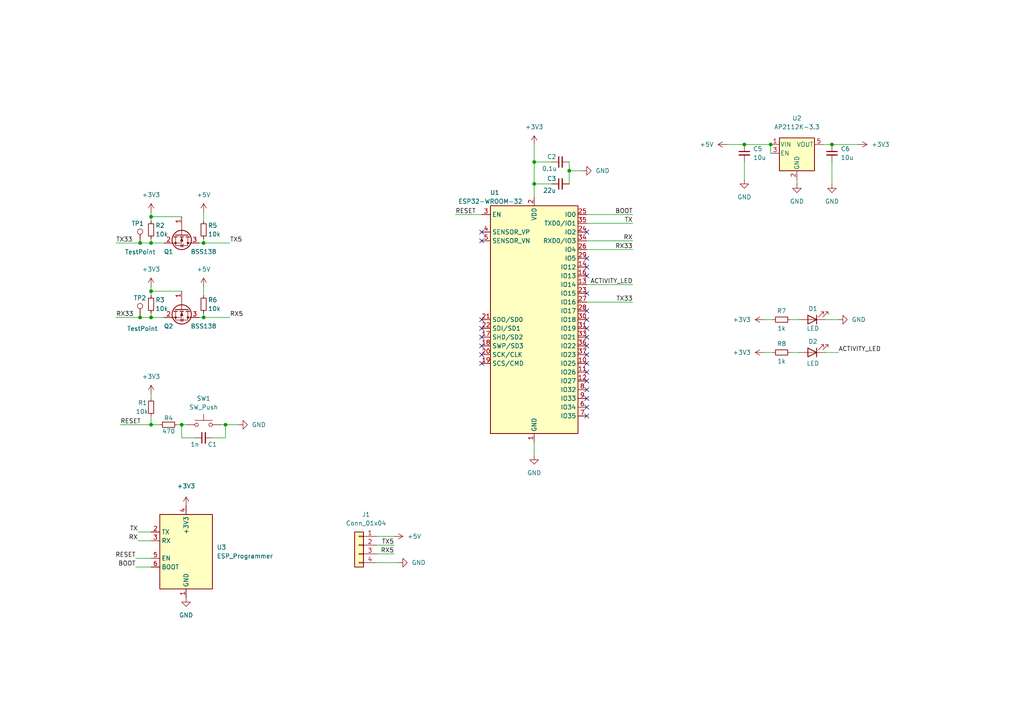
<source format=kicad_sch>
(kicad_sch (version 20210621) (generator eeschema)
  (paper "A4")
  (lib_symbols
    (symbol "Connector:TestPoint" (pin_numbers hide) (pin_names (offset 0.762) hide)
      (property "Reference" "TP" (at 0 6.858 0))
      (property "Value" "TestPoint" (at 0 5.08 0))
      (symbol "TestPoint_0_1"
        (circle (center 0 3.302) (radius 0.762))
      )
      (symbol "TestPoint_1_1"
        (pin passive line (at 0 0 90) (length 2.54) (name "1") (number "1"))
      )
    )
    (symbol "Connector_Generic:Conn_01x04" (pin_names (offset 1.016) hide)
      (property "Reference" "J" (at 0 5.08 0))
      (property "Value" "Conn_01x04" (at 0 -7.62 0))
      (symbol "Conn_01x04_1_1"
        (rectangle (start -1.27 -4.953) (end 0 -5.207) (stroke (width 0.1524)))
        (rectangle (start -1.27 -2.413) (end 0 -2.667) (stroke (width 0.1524)))
        (rectangle (start -1.27 0.127) (end 0 -0.127) (stroke (width 0.1524)))
        (rectangle (start -1.27 2.667) (end 0 2.413) (stroke (width 0.1524)))
        (rectangle (start -1.27 3.81) (end 1.27 -6.35) (stroke (width 0.254)) (fill (type background)))
        (pin passive line (at -5.08 2.54 0) (length 3.81) (name "Pin_1") (number "1"))
        (pin passive line (at -5.08 0 0) (length 3.81) (name "Pin_2") (number "2"))
        (pin passive line (at -5.08 -2.54 0) (length 3.81) (name "Pin_3") (number "3"))
        (pin passive line (at -5.08 -5.08 0) (length 3.81) (name "Pin_4") (number "4"))
      )
    )
    (symbol "Device:C_Small" (pin_numbers hide) (pin_names (offset 0.254) hide)
      (property "Reference" "C" (at 0.254 1.778 0))
      (property "Value" "C_Small" (at 0.254 -2.032 0))
      (symbol "C_Small_0_1"
        (polyline (pts (xy -1.524 -0.508) (xy 1.524 -0.508)) (stroke (width 0.3302)))
        (polyline (pts (xy -1.524 0.508) (xy 1.524 0.508)) (stroke (width 0.3048)))
      )
      (symbol "C_Small_1_1"
        (pin passive line (at 0 2.54 270) (length 2.032) (name "~") (number "1"))
        (pin passive line (at 0 -2.54 90) (length 2.032) (name "~") (number "2"))
      )
    )
    (symbol "Device:LED" (pin_numbers hide) (pin_names (offset 1.016) hide)
      (property "Reference" "D" (at 0 2.54 0))
      (property "Value" "LED" (at 0 -2.54 0))
      (symbol "LED_0_1"
        (polyline (pts (xy -1.27 -1.27) (xy -1.27 1.27)) (stroke (width 0.254)))
        (polyline (pts (xy -1.27 0) (xy 1.27 0)))
        (polyline (pts (xy 1.27 -1.27) (xy 1.27 1.27) (xy -1.27 0) (xy 1.27 -1.27)) (stroke (width 0.254)))
        (polyline (pts (xy -3.048 -0.762) (xy -4.572 -2.286) (xy -3.81 -2.286) (xy -4.572 -2.286) (xy -4.572 -1.524)))
        (polyline (pts (xy -1.778 -0.762) (xy -3.302 -2.286) (xy -2.54 -2.286) (xy -3.302 -2.286) (xy -3.302 -1.524)))
      )
      (symbol "LED_1_1"
        (pin passive line (at -3.81 0 0) (length 2.54) (name "K") (number "1"))
        (pin passive line (at 3.81 0 180) (length 2.54) (name "A") (number "2"))
      )
    )
    (symbol "Device:R_Small" (pin_numbers hide) (pin_names (offset 0.254) hide)
      (property "Reference" "R" (at 0.762 0.508 0))
      (property "Value" "R_Small" (at 0.762 -1.016 0))
      (symbol "R_Small_0_1"
        (rectangle (start -0.762 1.778) (end 0.762 -1.778) (stroke (width 0.2032)))
      )
      (symbol "R_Small_1_1"
        (pin passive line (at 0 2.54 270) (length 0.762) (name "~") (number "1"))
        (pin passive line (at 0 -2.54 90) (length 0.762) (name "~") (number "2"))
      )
    )
    (symbol "Jarl:ESP_Programmer"
      (property "Reference" "U" (at -5.08 10.16 0))
      (property "Value" "ESP_Programmer" (at 12.7 10.16 0))
      (symbol "ESP_Programmer_0_1"
        (rectangle (start -6.35 8.89) (end 8.89 -12.7) (stroke (width 0.254)) (fill (type background)))
      )
      (symbol "ESP_Programmer_1_1"
        (pin power_in line (at 1.27 -15.24 90) (length 2.54) (name "GND") (number "1"))
        (pin output line (at -8.89 3.81 0) (length 2.54) (name "TX") (number "2"))
        (pin input line (at -8.89 1.27 0) (length 2.54) (name "RX") (number "3"))
        (pin power_out line (at 1.27 11.43 270) (length 2.54) (name "+3V3") (number "4"))
        (pin bidirectional line (at -8.89 -3.81 0) (length 2.54) (name "EN") (number "5"))
        (pin bidirectional line (at -8.89 -6.35 0) (length 2.54) (name "BOOT") (number "6"))
      )
    )
    (symbol "RF_Module:ESP32-WROOM-32"
      (property "Reference" "U" (at -12.7 34.29 0))
      (property "Value" "ESP32-WROOM-32" (at 1.27 34.29 0))
      (symbol "ESP32-WROOM-32_0_1"
        (rectangle (start -12.7 33.02) (end 12.7 -33.02) (stroke (width 0.254)) (fill (type background)))
      )
      (symbol "ESP32-WROOM-32_1_1"
        (pin power_in line (at 0 -35.56 90) (length 2.54) (name "GND") (number "1"))
        (pin bidirectional line (at 15.24 -12.7 180) (length 2.54) (name "IO25") (number "10"))
        (pin bidirectional line (at 15.24 -15.24 180) (length 2.54) (name "IO26") (number "11"))
        (pin bidirectional line (at 15.24 -17.78 180) (length 2.54) (name "IO27") (number "12"))
        (pin bidirectional line (at 15.24 10.16 180) (length 2.54) (name "IO14") (number "13"))
        (pin bidirectional line (at 15.24 15.24 180) (length 2.54) (name "IO12") (number "14"))
        (pin passive line (at 0 -35.56 90) (length 2.54) hide (name "GND") (number "15"))
        (pin bidirectional line (at 15.24 12.7 180) (length 2.54) (name "IO13") (number "16"))
        (pin bidirectional line (at -15.24 -5.08 0) (length 2.54) (name "SHD/SD2") (number "17"))
        (pin bidirectional line (at -15.24 -7.62 0) (length 2.54) (name "SWP/SD3") (number "18"))
        (pin bidirectional line (at -15.24 -12.7 0) (length 2.54) (name "SCS/CMD") (number "19"))
        (pin power_in line (at 0 35.56 270) (length 2.54) (name "VDD") (number "2"))
        (pin bidirectional line (at -15.24 -10.16 0) (length 2.54) (name "SCK/CLK") (number "20"))
        (pin bidirectional line (at -15.24 0 0) (length 2.54) (name "SDO/SD0") (number "21"))
        (pin bidirectional line (at -15.24 -2.54 0) (length 2.54) (name "SDI/SD1") (number "22"))
        (pin bidirectional line (at 15.24 7.62 180) (length 2.54) (name "IO15") (number "23"))
        (pin bidirectional line (at 15.24 25.4 180) (length 2.54) (name "IO2") (number "24"))
        (pin bidirectional line (at 15.24 30.48 180) (length 2.54) (name "IO0") (number "25"))
        (pin bidirectional line (at 15.24 20.32 180) (length 2.54) (name "IO4") (number "26"))
        (pin bidirectional line (at 15.24 5.08 180) (length 2.54) (name "IO16") (number "27"))
        (pin bidirectional line (at 15.24 2.54 180) (length 2.54) (name "IO17") (number "28"))
        (pin bidirectional line (at 15.24 17.78 180) (length 2.54) (name "IO5") (number "29"))
        (pin input line (at -15.24 30.48 0) (length 2.54) (name "EN") (number "3"))
        (pin bidirectional line (at 15.24 0 180) (length 2.54) (name "IO18") (number "30"))
        (pin bidirectional line (at 15.24 -2.54 180) (length 2.54) (name "IO19") (number "31"))
        (pin no_connect line (at -12.7 -27.94 0) (length 2.54) hide (name "NC") (number "32"))
        (pin bidirectional line (at 15.24 -5.08 180) (length 2.54) (name "IO21") (number "33"))
        (pin bidirectional line (at 15.24 22.86 180) (length 2.54) (name "RXD0/IO3") (number "34"))
        (pin bidirectional line (at 15.24 27.94 180) (length 2.54) (name "TXD0/IO1") (number "35"))
        (pin bidirectional line (at 15.24 -7.62 180) (length 2.54) (name "IO22") (number "36"))
        (pin bidirectional line (at 15.24 -10.16 180) (length 2.54) (name "IO23") (number "37"))
        (pin passive line (at 0 -35.56 90) (length 2.54) hide (name "GND") (number "38"))
        (pin passive line (at 0 -35.56 90) (length 2.54) hide (name "GND") (number "39"))
        (pin input line (at -15.24 25.4 0) (length 2.54) (name "SENSOR_VP") (number "4"))
        (pin input line (at -15.24 22.86 0) (length 2.54) (name "SENSOR_VN") (number "5"))
        (pin input line (at 15.24 -25.4 180) (length 2.54) (name "IO34") (number "6"))
        (pin input line (at 15.24 -27.94 180) (length 2.54) (name "IO35") (number "7"))
        (pin bidirectional line (at 15.24 -20.32 180) (length 2.54) (name "IO32") (number "8"))
        (pin bidirectional line (at 15.24 -22.86 180) (length 2.54) (name "IO33") (number "9"))
      )
    )
    (symbol "Regulator_Linear:AP2112K-3.3" (pin_names (offset 0.254))
      (property "Reference" "U" (at -5.08 5.715 0))
      (property "Value" "AP2112K-3.3" (at 0 5.715 0))
      (symbol "AP2112K-3.3_0_1"
        (rectangle (start -5.08 4.445) (end 5.08 -5.08) (stroke (width 0.254)) (fill (type background)))
      )
      (symbol "AP2112K-3.3_1_1"
        (pin power_in line (at -7.62 2.54 0) (length 2.54) (name "VIN") (number "1"))
        (pin power_in line (at 0 -7.62 90) (length 2.54) (name "GND") (number "2"))
        (pin input line (at -7.62 0 0) (length 2.54) (name "EN") (number "3"))
        (pin no_connect line (at 5.08 0 180) (length 2.54) hide (name "NC") (number "4"))
        (pin power_out line (at 7.62 2.54 180) (length 2.54) (name "VOUT") (number "5"))
      )
    )
    (symbol "Switch:SW_Push" (pin_numbers hide) (pin_names (offset 1.016) hide)
      (property "Reference" "SW" (at 1.27 2.54 0))
      (property "Value" "SW_Push" (at 0 -1.524 0))
      (symbol "SW_Push_0_1"
        (circle (center -2.032 0) (radius 0.508))
        (circle (center 2.032 0) (radius 0.508))
        (polyline (pts (xy 0 1.27) (xy 0 3.048)))
        (polyline (pts (xy 2.54 1.27) (xy -2.54 1.27)))
        (pin passive line (at -5.08 0 0) (length 2.54) (name "1") (number "1"))
        (pin passive line (at 5.08 0 180) (length 2.54) (name "2") (number "2"))
      )
    )
    (symbol "Transistor_FET:BSS138" (pin_names hide)
      (property "Reference" "Q" (at 5.08 1.905 0))
      (property "Value" "BSS138" (at 5.08 0 0))
      (symbol "BSS138_0_1"
        (circle (center 1.651 0) (radius 2.794) (stroke (width 0.254)))
        (circle (center 2.54 -1.778) (radius 0.254) (fill (type outline)))
        (circle (center 2.54 1.778) (radius 0.254) (fill (type outline)))
        (polyline (pts (xy 0.254 0) (xy -2.54 0)))
        (polyline (pts (xy 0.254 1.905) (xy 0.254 -1.905)) (stroke (width 0.254)))
        (polyline (pts (xy 0.762 -1.27) (xy 0.762 -2.286)) (stroke (width 0.254)))
        (polyline (pts (xy 0.762 0.508) (xy 0.762 -0.508)) (stroke (width 0.254)))
        (polyline (pts (xy 0.762 2.286) (xy 0.762 1.27)) (stroke (width 0.254)))
        (polyline (pts (xy 2.54 2.54) (xy 2.54 1.778)))
        (polyline (pts (xy 2.54 -2.54) (xy 2.54 0) (xy 0.762 0)))
        (polyline (pts (xy 0.762 -1.778) (xy 3.302 -1.778) (xy 3.302 1.778) (xy 0.762 1.778)))
        (polyline (pts (xy 2.794 0.508) (xy 2.921 0.381) (xy 3.683 0.381) (xy 3.81 0.254)))
        (polyline (pts (xy 3.302 0.381) (xy 2.921 -0.254) (xy 3.683 -0.254) (xy 3.302 0.381)))
        (polyline (pts (xy 1.016 0) (xy 2.032 0.381) (xy 2.032 -0.381) (xy 1.016 0)) (fill (type outline)))
      )
      (symbol "BSS138_1_1"
        (pin input line (at -5.08 0 0) (length 2.54) (name "G") (number "1"))
        (pin passive line (at 2.54 -5.08 90) (length 2.54) (name "S") (number "2"))
        (pin passive line (at 2.54 5.08 270) (length 2.54) (name "D") (number "3"))
      )
    )
    (symbol "power:+3V3" (power) (pin_names (offset 0))
      (property "Value" "+3V3" (at 0 3.556 0))
      (symbol "+3V3_0_1"
        (polyline (pts (xy -0.762 1.27) (xy 0 2.54)))
        (polyline (pts (xy 0 0) (xy 0 2.54)))
        (polyline (pts (xy 0 2.54) (xy 0.762 1.27)))
      )
      (symbol "+3V3_1_1"
        (pin power_in line (at 0 0 90) (length 0) hide (name "+3V3") (number "1"))
      )
    )
    (symbol "power:+5V" (power) (pin_names (offset 0))
      (property "Value" "+5V" (at 0 3.556 0))
      (symbol "+5V_0_1"
        (polyline (pts (xy -0.762 1.27) (xy 0 2.54)))
        (polyline (pts (xy 0 0) (xy 0 2.54)))
        (polyline (pts (xy 0 2.54) (xy 0.762 1.27)))
      )
      (symbol "+5V_1_1"
        (pin power_in line (at 0 0 90) (length 0) hide (name "+5V") (number "1"))
      )
    )
    (symbol "power:GND" (power) (pin_names (offset 0))
      (property "Value" "GND" (at 0 -3.81 0))
      (symbol "GND_0_1"
        (polyline (pts (xy 0 0) (xy 0 -1.27) (xy 1.27 -1.27) (xy 0 -2.54) (xy -1.27 -1.27) (xy 0 -1.27)))
      )
      (symbol "GND_1_1"
        (pin power_in line (at 0 0 270) (length 0) hide (name "GND") (number "1"))
      )
    )
  )
  (junction (at 40.64 70.485) (diameter 0.9144))
  (junction (at 40.64 92.075) (diameter 0.9144))
  (junction (at 43.815 62.865) (diameter 0.9144))
  (junction (at 43.815 70.485) (diameter 0.9144))
  (junction (at 43.815 84.455) (diameter 0.9144))
  (junction (at 43.815 92.075) (diameter 0.9144))
  (junction (at 43.815 123.19) (diameter 0.9144))
  (junction (at 52.705 123.19) (diameter 0.9144))
  (junction (at 59.055 70.485) (diameter 0.9144))
  (junction (at 59.055 92.075) (diameter 0.9144))
  (junction (at 65.405 123.19) (diameter 0.9144))
  (junction (at 154.94 46.99) (diameter 0.9144))
  (junction (at 154.94 53.34) (diameter 0.9144))
  (junction (at 165.1 49.53) (diameter 0.9144))
  (junction (at 215.9 41.91) (diameter 0.9144))
  (junction (at 223.52 41.91) (diameter 0.9144))
  (junction (at 241.3 41.91) (diameter 0.9144))
  (no_connect (at 139.7 67.31))
  (no_connect (at 139.7 69.85))
  (no_connect (at 139.7 92.71))
  (no_connect (at 139.7 95.25))
  (no_connect (at 139.7 97.79))
  (no_connect (at 139.7 100.33))
  (no_connect (at 139.7 102.87))
  (no_connect (at 139.7 105.41))
  (no_connect (at 170.18 67.31))
  (no_connect (at 170.18 74.93))
  (no_connect (at 170.18 77.47))
  (no_connect (at 170.18 80.01))
  (no_connect (at 170.18 85.09))
  (no_connect (at 170.18 90.17))
  (no_connect (at 170.18 92.71))
  (no_connect (at 170.18 95.25))
  (no_connect (at 170.18 97.79))
  (no_connect (at 170.18 100.33))
  (no_connect (at 170.18 102.87))
  (no_connect (at 170.18 105.41))
  (no_connect (at 170.18 107.95))
  (no_connect (at 170.18 110.49))
  (no_connect (at 170.18 113.03))
  (no_connect (at 170.18 115.57))
  (no_connect (at 170.18 118.11))
  (no_connect (at 170.18 120.65))
  (wire (pts (xy 33.655 70.485) (xy 40.64 70.485)))
  (wire (pts (xy 33.655 92.075) (xy 40.64 92.075)))
  (wire (pts (xy 34.925 123.19) (xy 43.815 123.19)))
  (wire (pts (xy 39.37 161.925) (xy 43.815 161.925)))
  (wire (pts (xy 39.37 164.465) (xy 43.815 164.465)))
  (wire (pts (xy 40.005 154.305) (xy 43.815 154.305)))
  (wire (pts (xy 40.005 156.845) (xy 43.815 156.845)))
  (wire (pts (xy 40.64 70.485) (xy 43.815 70.485)))
  (wire (pts (xy 40.64 92.075) (xy 43.815 92.075)))
  (wire (pts (xy 43.815 61.595) (xy 43.815 62.865)))
  (wire (pts (xy 43.815 64.135) (xy 43.815 62.865)))
  (wire (pts (xy 43.815 69.215) (xy 43.815 70.485)))
  (wire (pts (xy 43.815 70.485) (xy 47.625 70.485)))
  (wire (pts (xy 43.815 83.185) (xy 43.815 84.455)))
  (wire (pts (xy 43.815 85.725) (xy 43.815 84.455)))
  (wire (pts (xy 43.815 90.805) (xy 43.815 92.075)))
  (wire (pts (xy 43.815 92.075) (xy 47.625 92.075)))
  (wire (pts (xy 43.815 114.3) (xy 43.815 115.57)))
  (wire (pts (xy 43.815 120.65) (xy 43.815 123.19)))
  (wire (pts (xy 43.815 123.19) (xy 46.355 123.19)))
  (wire (pts (xy 51.435 123.19) (xy 52.705 123.19)))
  (wire (pts (xy 52.705 62.865) (xy 43.815 62.865)))
  (wire (pts (xy 52.705 84.455) (xy 43.815 84.455)))
  (wire (pts (xy 52.705 123.19) (xy 52.705 127)))
  (wire (pts (xy 52.705 123.19) (xy 53.975 123.19)))
  (wire (pts (xy 52.705 127) (xy 56.515 127)))
  (wire (pts (xy 57.785 70.485) (xy 59.055 70.485)))
  (wire (pts (xy 57.785 92.075) (xy 59.055 92.075)))
  (wire (pts (xy 59.055 61.595) (xy 59.055 64.135)))
  (wire (pts (xy 59.055 69.215) (xy 59.055 70.485)))
  (wire (pts (xy 59.055 70.485) (xy 66.675 70.485)))
  (wire (pts (xy 59.055 83.185) (xy 59.055 85.725)))
  (wire (pts (xy 59.055 90.805) (xy 59.055 92.075)))
  (wire (pts (xy 59.055 92.075) (xy 66.675 92.075)))
  (wire (pts (xy 61.595 127) (xy 65.405 127)))
  (wire (pts (xy 64.135 123.19) (xy 65.405 123.19)))
  (wire (pts (xy 65.405 123.19) (xy 69.215 123.19)))
  (wire (pts (xy 65.405 127) (xy 65.405 123.19)))
  (wire (pts (xy 109.22 155.575) (xy 114.3 155.575)))
  (wire (pts (xy 109.22 158.115) (xy 114.3 158.115)))
  (wire (pts (xy 109.22 160.655) (xy 114.3 160.655)))
  (wire (pts (xy 109.22 163.195) (xy 115.57 163.195)))
  (wire (pts (xy 132.08 62.23) (xy 139.7 62.23)))
  (wire (pts (xy 154.94 41.91) (xy 154.94 46.99)))
  (wire (pts (xy 154.94 46.99) (xy 154.94 53.34)))
  (wire (pts (xy 154.94 46.99) (xy 160.02 46.99)))
  (wire (pts (xy 154.94 53.34) (xy 154.94 57.15)))
  (wire (pts (xy 154.94 53.34) (xy 160.02 53.34)))
  (wire (pts (xy 154.94 128.27) (xy 154.94 132.08)))
  (wire (pts (xy 165.1 46.99) (xy 165.1 49.53)))
  (wire (pts (xy 165.1 49.53) (xy 165.1 53.34)))
  (wire (pts (xy 165.1 49.53) (xy 168.91 49.53)))
  (wire (pts (xy 170.18 62.23) (xy 183.515 62.23)))
  (wire (pts (xy 170.18 64.77) (xy 183.515 64.77)))
  (wire (pts (xy 170.18 69.85) (xy 183.515 69.85)))
  (wire (pts (xy 170.18 72.39) (xy 183.515 72.39)))
  (wire (pts (xy 170.18 82.55) (xy 183.515 82.55)))
  (wire (pts (xy 170.18 87.63) (xy 183.515 87.63)))
  (wire (pts (xy 210.82 41.91) (xy 215.9 41.91)))
  (wire (pts (xy 215.9 41.91) (xy 223.52 41.91)))
  (wire (pts (xy 215.9 46.99) (xy 215.9 52.07)))
  (wire (pts (xy 221.615 92.71) (xy 224.155 92.71)))
  (wire (pts (xy 221.615 102.235) (xy 224.155 102.235)))
  (wire (pts (xy 223.52 41.91) (xy 223.52 44.45)))
  (wire (pts (xy 229.235 92.71) (xy 231.775 92.71)))
  (wire (pts (xy 229.235 102.235) (xy 231.775 102.235)))
  (wire (pts (xy 231.14 52.07) (xy 231.14 53.34)))
  (wire (pts (xy 238.76 41.91) (xy 241.3 41.91)))
  (wire (pts (xy 239.395 92.71) (xy 243.205 92.71)))
  (wire (pts (xy 239.395 102.235) (xy 243.205 102.235)))
  (wire (pts (xy 241.3 41.91) (xy 248.92 41.91)))
  (wire (pts (xy 241.3 46.99) (xy 241.3 53.34)))
  (label "TX33" (at 33.655 70.485 0))
  (label "RX33" (at 33.655 92.075 0))
  (label "RESET" (at 34.925 123.19 0))
  (label "RESET" (at 39.37 161.925 180))
  (label "BOOT" (at 39.37 164.465 180))
  (label "TX" (at 40.005 154.305 180))
  (label "RX" (at 40.005 156.845 180))
  (label "TX5" (at 66.675 70.485 0))
  (label "RX5" (at 66.675 92.075 0))
  (label "TX5" (at 114.3 158.115 180))
  (label "RX5" (at 114.3 160.655 180))
  (label "RESET" (at 132.08 62.23 0))
  (label "BOOT" (at 183.515 62.23 180))
  (label "TX" (at 183.515 64.77 180))
  (label "RX" (at 183.515 69.85 180))
  (label "RX33" (at 183.515 72.39 180))
  (label "ACTIVITY_LED" (at 183.515 82.55 180))
  (label "TX33" (at 183.515 87.63 180))
  (label "ACTIVITY_LED" (at 243.205 102.235 0))
  (symbol (lib_id "power:+3V3") (at 43.815 61.595 0) (unit 1)
    (property "Reference" "#PWR0111" (effects hide))
    (property "Value" "+3V3" (at 43.815 56.515 0))
  )
  (symbol (lib_id "power:+3V3") (at 43.815 83.185 0) (unit 1)
    (property "Reference" "#PWR0109" (effects hide))
    (property "Value" "+3V3" (at 43.815 78.105 0))
  )
  (symbol (lib_id "power:+3V3") (at 43.815 114.3 0) (unit 1)
    (property "Reference" "#PWR0108" (effects hide))
    (property "Value" "+3V3" (at 43.815 109.22 0))
  )
  (symbol (lib_id "power:+3V3") (at 53.975 146.685 0) (unit 1)
    (property "Reference" "#PWR0123" (effects hide))
    (property "Value" "+3V3" (at 53.975 140.97 0))
  )
  (symbol (lib_id "power:+5V") (at 59.055 61.595 0) (unit 1)
    (property "Reference" "#PWR0112" (effects hide))
    (property "Value" "+5V" (at 59.055 56.515 0))
  )
  (symbol (lib_id "power:+5V") (at 59.055 83.185 0) (unit 1)
    (property "Reference" "#PWR0110" (effects hide))
    (property "Value" "+5V" (at 59.055 78.105 0))
  )
  (symbol (lib_id "power:+5V") (at 114.3 155.575 270) (unit 1)
    (property "Reference" "#PWR0102" (effects hide))
    (property "Value" "+5V" (at 118.11 155.5749 90) (effects (justify left)))
  )
  (symbol (lib_id "power:+3V3") (at 154.94 41.91 0) (unit 1)
    (property "Reference" "#PWR0105" (effects hide))
    (property "Value" "+3V3" (at 154.94 36.83 0))
  )
  (symbol (lib_id "power:+5V") (at 210.82 41.91 90) (unit 1)
    (property "Reference" "#PWR0104" (effects hide))
    (property "Value" "+5V" (at 207.01 41.9099 90) (effects (justify left)))
  )
  (symbol (lib_id "power:+3V3") (at 221.615 92.71 90) (unit 1)
    (property "Reference" "#PWR0121" (effects hide))
    (property "Value" "+3V3" (at 217.805 92.7099 90) (effects (justify left)))
  )
  (symbol (lib_id "power:+3V3") (at 221.615 102.235 90) (unit 1)
    (property "Reference" "#PWR0120" (effects hide))
    (property "Value" "+3V3" (at 217.805 102.2349 90) (effects (justify left)))
  )
  (symbol (lib_id "power:+3V3") (at 248.92 41.91 270) (unit 1)
    (property "Reference" "#PWR0122" (effects hide))
    (property "Value" "+3V3" (at 252.73 41.9099 90) (effects (justify left)))
  )
  (symbol (lib_id "Connector:TestPoint") (at 40.64 70.485 0) (unit 1)
    (property "Reference" "TP1" (at 38.1 64.8334 0) (effects (justify left)))
    (property "Value" "TestPoint" (at 36.195 73.0884 0) (effects (justify left)))
    (property "Footprint" "TestPoint:TestPoint_Pad_D1.5mm" (effects hide))
  )
  (symbol (lib_id "Connector:TestPoint") (at 40.64 92.075 0) (unit 1)
    (property "Reference" "TP2" (at 38.735 86.4234 0) (effects (justify left)))
    (property "Value" "TestPoint" (at 36.83 95.3134 0) (effects (justify left)))
    (property "Footprint" "TestPoint:TestPoint_Pad_D1.5mm" (effects hide))
  )
  (symbol (lib_id "power:GND") (at 53.975 173.355 0) (unit 1)
    (property "Reference" "#PWR0124" (effects hide))
    (property "Value" "GND" (at 53.975 178.435 0))
  )
  (symbol (lib_id "power:GND") (at 69.215 123.19 90) (unit 1)
    (property "Reference" "#PWR0114" (effects hide))
    (property "Value" "GND" (at 73.025 123.1899 90) (effects (justify right)))
  )
  (symbol (lib_id "power:GND") (at 115.57 163.195 90) (unit 1)
    (property "Reference" "#PWR0103" (effects hide))
    (property "Value" "GND" (at 119.38 163.1949 90) (effects (justify right)))
  )
  (symbol (lib_id "power:GND") (at 154.94 132.08 0) (unit 1)
    (property "Reference" "#PWR0101" (effects hide))
    (property "Value" "GND" (at 154.94 137.16 0))
  )
  (symbol (lib_id "power:GND") (at 168.91 49.53 90) (unit 1)
    (property "Reference" "#PWR0107" (effects hide))
    (property "Value" "GND" (at 172.72 49.5299 90) (effects (justify right)))
  )
  (symbol (lib_id "power:GND") (at 215.9 52.07 0) (unit 1)
    (property "Reference" "#PWR0106" (effects hide))
    (property "Value" "GND" (at 215.9 57.15 0))
  )
  (symbol (lib_id "power:GND") (at 231.14 53.34 0) (unit 1)
    (property "Reference" "#PWR0116" (effects hide))
    (property "Value" "GND" (at 231.14 58.42 0))
  )
  (symbol (lib_id "power:GND") (at 241.3 53.34 0) (unit 1)
    (property "Reference" "#PWR0117" (effects hide))
    (property "Value" "GND" (at 241.3 58.42 0))
  )
  (symbol (lib_id "power:GND") (at 243.205 92.71 90) (unit 1)
    (property "Reference" "#PWR0119" (effects hide))
    (property "Value" "GND" (at 247.015 92.7099 90) (effects (justify right)))
  )
  (symbol (lib_id "Device:R_Small") (at 43.815 66.675 0) (unit 1)
    (property "Reference" "R2" (at 45.085 65.4049 0) (effects (justify left)))
    (property "Value" "10k" (at 45.085 67.9449 0) (effects (justify left)))
    (property "Footprint" "Resistor_SMD:R_0603_1608Metric" (effects hide))
  )
  (symbol (lib_id "Device:R_Small") (at 43.815 88.265 0) (unit 1)
    (property "Reference" "R3" (at 45.085 86.9949 0) (effects (justify left)))
    (property "Value" "10k" (at 45.085 89.5349 0) (effects (justify left)))
    (property "Footprint" "Resistor_SMD:R_0603_1608Metric" (effects hide))
  )
  (symbol (lib_id "Device:R_Small") (at 43.815 118.11 180) (unit 1)
    (property "Reference" "R1" (at 40.005 116.8399 0) (effects (justify right)))
    (property "Value" "10k" (at 39.37 119.3799 0) (effects (justify right)))
    (property "Footprint" "Resistor_SMD:R_0603_1608Metric" (effects hide))
  )
  (symbol (lib_id "Device:R_Small") (at 48.895 123.19 90) (unit 1)
    (property "Reference" "R4" (at 48.895 121.285 90))
    (property "Value" "470" (at 48.895 125.095 90))
    (property "Footprint" "Resistor_SMD:R_0603_1608Metric" (effects hide))
  )
  (symbol (lib_id "Device:R_Small") (at 59.055 66.675 0) (unit 1)
    (property "Reference" "R5" (at 60.325 65.4049 0) (effects (justify left)))
    (property "Value" "10k" (at 60.325 67.9449 0) (effects (justify left)))
    (property "Footprint" "Resistor_SMD:R_0603_1608Metric" (effects hide))
  )
  (symbol (lib_id "Device:R_Small") (at 59.055 88.265 0) (unit 1)
    (property "Reference" "R6" (at 60.325 86.9949 0) (effects (justify left)))
    (property "Value" "10k" (at 60.325 89.5349 0) (effects (justify left)))
    (property "Footprint" "Resistor_SMD:R_0603_1608Metric" (effects hide))
  )
  (symbol (lib_id "Device:R_Small") (at 226.695 92.71 90) (unit 1)
    (property "Reference" "R7" (at 226.695 90.17 90))
    (property "Value" "1k" (at 226.695 95.25 90))
    (property "Footprint" "Resistor_SMD:R_0603_1608Metric" (effects hide))
  )
  (symbol (lib_id "Device:R_Small") (at 226.695 102.235 90) (unit 1)
    (property "Reference" "R8" (at 226.695 99.695 90))
    (property "Value" "1k" (at 226.695 104.775 90))
    (property "Footprint" "Resistor_SMD:R_0603_1608Metric" (effects hide))
  )
  (symbol (lib_id "Device:C_Small") (at 59.055 127 90) (unit 1)
    (property "Reference" "C1" (at 61.595 128.905 90))
    (property "Value" "1n" (at 56.515 128.905 90))
    (property "Footprint" "Capacitor_SMD:C_0603_1608Metric" (effects hide))
  )
  (symbol (lib_id "Device:C_Small") (at 162.56 46.99 90) (unit 1)
    (property "Reference" "C2" (at 160.02 45.466 90))
    (property "Value" "0.1u" (at 159.385 48.895 90))
    (property "Footprint" "Capacitor_SMD:C_0603_1608Metric" (effects hide))
  )
  (symbol (lib_id "Device:C_Small") (at 162.56 53.34 90) (unit 1)
    (property "Reference" "C3" (at 160.02 51.816 90))
    (property "Value" "22u" (at 159.385 55.245 90))
    (property "Footprint" "Capacitor_SMD:C_0805_2012Metric" (effects hide))
  )
  (symbol (lib_id "Device:C_Small") (at 215.9 44.45 0) (unit 1)
    (property "Reference" "C5" (at 218.44 43.1799 0) (effects (justify left)))
    (property "Value" "10u" (at 218.44 45.7199 0) (effects (justify left)))
    (property "Footprint" "Capacitor_SMD:C_0603_1608Metric" (effects hide))
  )
  (symbol (lib_id "Device:C_Small") (at 241.3 44.45 0) (unit 1)
    (property "Reference" "C6" (at 243.84 43.1799 0) (effects (justify left)))
    (property "Value" "10u" (at 243.84 45.7199 0) (effects (justify left)))
    (property "Footprint" "Capacitor_SMD:C_0603_1608Metric" (effects hide))
  )
  (symbol (lib_id "Device:LED") (at 235.585 92.71 180) (unit 1)
    (property "Reference" "D1" (at 235.7755 89.535 0))
    (property "Value" "LED" (at 235.7755 95.25 0))
    (property "Footprint" "LED_SMD:LED_0603_1608Metric" (effects hide))
  )
  (symbol (lib_id "Device:LED") (at 235.585 102.235 180) (unit 1)
    (property "Reference" "D2" (at 235.7755 99.06 0))
    (property "Value" "LED" (at 235.7755 105.41 0))
    (property "Footprint" "LED_SMD:LED_0603_1608Metric" (effects hide))
  )
  (symbol (lib_id "Switch:SW_Push") (at 59.055 123.19 0) (unit 1)
    (property "Reference" "SW1" (at 59.055 115.57 0))
    (property "Value" "SW_Push" (at 59.055 118.11 0))
    (property "Footprint" "user-footprints:SW_SPST_TS_1101_X_X" (effects hide))
  )
  (symbol (lib_id "Connector_Generic:Conn_01x04") (at 104.14 158.115 0) (mirror y) (unit 1)
    (property "Reference" "J1" (at 106.172 149.225 0))
    (property "Value" "Conn_01x04" (at 106.172 151.765 0))
    (property "Footprint" "Connector_Molex:Molex_PicoBlade_53048-0410_1x04_P1.25mm_Horizontal" (effects hide))
  )
  (symbol (lib_id "Transistor_FET:BSS138") (at 52.705 67.945 270) (unit 1)
    (property "Reference" "Q1" (at 48.895 73.025 90))
    (property "Value" "BSS138" (at 59.055 73.025 90))
    (property "Footprint" "Package_TO_SOT_SMD:SOT-23" (effects hide))
    (property "Datasheet" "https://www.onsemi.com/pub/Collateral/BSS138-D.PDF" (effects hide))
  )
  (symbol (lib_id "Transistor_FET:BSS138") (at 52.705 89.535 270) (unit 1)
    (property "Reference" "Q2" (at 48.895 94.615 90))
    (property "Value" "BSS138" (at 59.055 94.615 90))
    (property "Footprint" "Package_TO_SOT_SMD:SOT-23" (effects hide))
    (property "Datasheet" "https://www.onsemi.com/pub/Collateral/BSS138-D.PDF" (effects hide))
  )
  (symbol (lib_id "Regulator_Linear:AP2112K-3.3") (at 231.14 44.45 0) (unit 1)
    (property "Reference" "U2" (at 231.14 34.29 0))
    (property "Value" "AP2112K-3.3" (at 231.14 36.83 0))
    (property "Footprint" "Package_TO_SOT_SMD:SOT-23-5" (effects hide))
    (property "Datasheet" "https://www.diodes.com/assets/Datasheets/AP2112.pdf" (effects hide))
  )
  (symbol (lib_id "Jarl:ESP_Programmer") (at 52.705 158.115 0) (unit 1)
    (property "Reference" "U3" (at 62.865 158.7499 0) (effects (justify left)))
    (property "Value" "ESP_Programmer" (at 62.865 161.2899 0) (effects (justify left)))
    (property "Footprint" "Connector_PinHeader_2.54mm:PinHeader_1x06_P2.54mm_Vertical" (effects hide))
  )
  (symbol (lib_id "RF_Module:ESP32-WROOM-32") (at 154.94 92.71 0) (unit 1)
    (property "Reference" "U1" (at 143.51 55.88 0))
    (property "Value" "ESP32-WROOM-32" (at 142.24 58.42 0))
    (property "Footprint" "RF_Module:ESP32-WROOM-32" (effects hide))
    (property "Datasheet" "https://www.espressif.com/sites/default/files/documentation/esp32-wroom-32_datasheet_en.pdf" (effects hide))
  )
)
</source>
